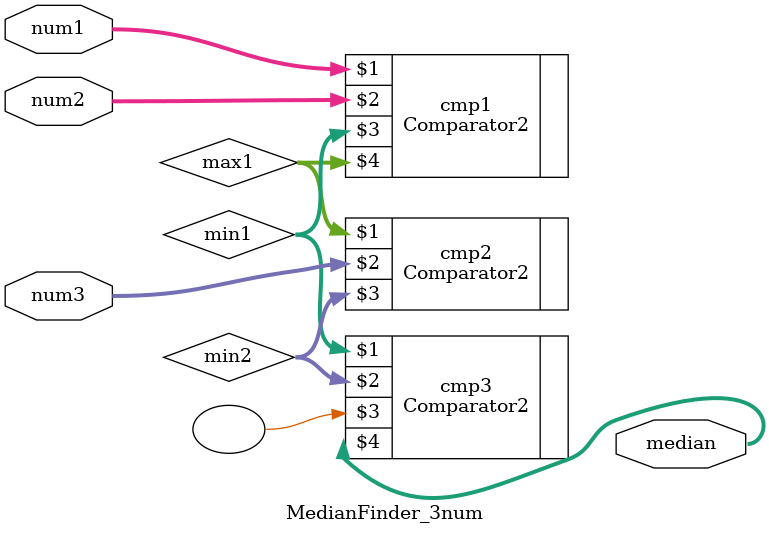
<source format=v>
module MedianFinder_3num (
    input  [3:0] num1, 
    input  [3:0] num2, 
    input  [3:0] num3,  
    output [3:0] median  
);

    wire [3:0] min1, max1;
    wire [3:0] min2, max2;	

    Comparator2 cmp1 (num1, num2, min1, max1);
    Comparator2 cmp2 (max1, num3, min2, );
    Comparator2 cmp3 (min1, min2, , median);

endmodule


</source>
